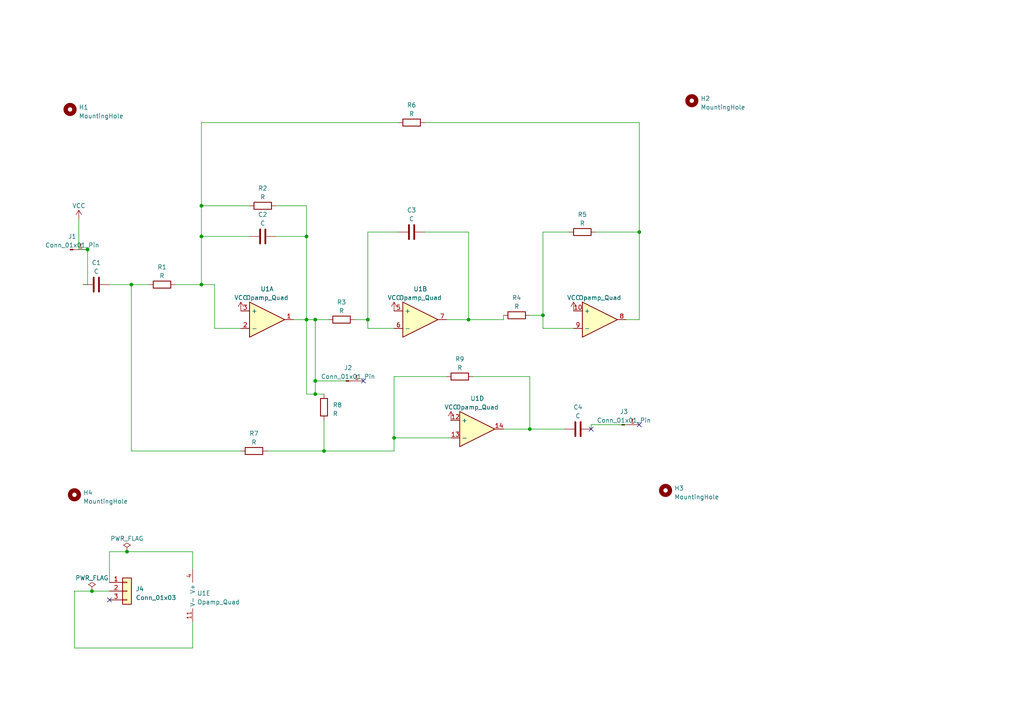
<source format=kicad_sch>
(kicad_sch (version 20230121) (generator eeschema)
  (paper "A4")
  (lib_symbols
    (symbol "Connector:Conn_01x01_Pin" (pin_names (offset 1.016) hide)
      (property "Reference" "J" (at 0 2.54 0))
      (property "Value" "Conn_01x01_Pin" (at 0 -2.54 0))
      (symbol "Conn_01x01_Pin_1_1"
        (polyline (pts (xy 1.27 0) (xy 0.8636 0)) (stroke (width 0.1524)))
        (rectangle (start 0.8636 0.127) (end 0 -0.127) (stroke (width 0.1524)) (fill (type outline)))
        (pin passive line (at 5.08 0 180) (length 3.81) (name "Pin_1") (number "1"))
      )
    )
    (symbol "Connector_Generic:Conn_01x03" (pin_names (offset 1.016) hide)
      (property "Reference" "J" (at 0 5.08 0))
      (property "Value" "Conn_01x03" (at 0 -5.08 0))
      (symbol "Conn_01x03_1_1"
        (rectangle (start -1.27 -2.413) (end 0 -2.667) (stroke (width 0.1524)))
        (rectangle (start -1.27 0.127) (end 0 -0.127) (stroke (width 0.1524)))
        (rectangle (start -1.27 2.667) (end 0 2.413) (stroke (width 0.1524)))
        (rectangle (start -1.27 3.81) (end 1.27 -3.81) (stroke (width 0.254)) (fill (type background)))
        (pin passive line (at -5.08 2.54 0) (length 3.81) (name "Pin_1") (number "1"))
        (pin passive line (at -5.08 0 0) (length 3.81) (name "Pin_2") (number "2"))
        (pin passive line (at -5.08 -2.54 0) (length 3.81) (name "Pin_3") (number "3"))
      )
    )
    (symbol "Device:C" (pin_numbers hide) (pin_names (offset 0.254))
      (property "Reference" "C" (at 0.635 2.54 0))
      (property "Value" "C" (at 0.635 -2.54 0))
      (symbol "C_0_1"
        (polyline (pts (xy -2.032 -0.762) (xy 2.032 -0.762)) (stroke (width 0.508)))
        (polyline (pts (xy -2.032 0.762) (xy 2.032 0.762)) (stroke (width 0.508)))
      )
      (symbol "C_1_1"
        (pin passive line (at 0 3.81 270) (length 2.794) (name "~") (number "1"))
        (pin passive line (at 0 -3.81 90) (length 2.794) (name "~") (number "2"))
      )
    )
    (symbol "Device:Opamp_Quad"
      (property "Reference" "U" (at 0 5.08 0))
      (property "Value" "Opamp_Quad" (at 0 -5.08 0))
      (symbol "Opamp_Quad_1_1"
        (polyline (pts (xy -5.08 5.08) (xy 5.08 0) (xy -5.08 -5.08) (xy -5.08 5.08)) (stroke (width 0.254)) (fill (type background)))
        (pin output line (at 7.62 0 180) (length 2.54) (name "~") (number "1"))
        (pin input line (at -7.62 -2.54 0) (length 2.54) (name "-") (number "2"))
        (pin input line (at -7.62 2.54 0) (length 2.54) (name "+") (number "3"))
      )
      (symbol "Opamp_Quad_2_1"
        (polyline (pts (xy -5.08 5.08) (xy 5.08 0) (xy -5.08 -5.08) (xy -5.08 5.08)) (stroke (width 0.254)) (fill (type background)))
        (pin input line (at -7.62 2.54 0) (length 2.54) (name "+") (number "5"))
        (pin input line (at -7.62 -2.54 0) (length 2.54) (name "-") (number "6"))
        (pin output line (at 7.62 0 180) (length 2.54) (name "~") (number "7"))
      )
      (symbol "Opamp_Quad_3_1"
        (polyline (pts (xy -5.08 5.08) (xy 5.08 0) (xy -5.08 -5.08) (xy -5.08 5.08)) (stroke (width 0.254)) (fill (type background)))
        (pin input line (at -7.62 2.54 0) (length 2.54) (name "+") (number "10"))
        (pin output line (at 7.62 0 180) (length 2.54) (name "~") (number "8"))
        (pin input line (at -7.62 -2.54 0) (length 2.54) (name "-") (number "9"))
      )
      (symbol "Opamp_Quad_4_1"
        (polyline (pts (xy -5.08 5.08) (xy 5.08 0) (xy -5.08 -5.08) (xy -5.08 5.08)) (stroke (width 0.254)) (fill (type background)))
        (pin input line (at -7.62 2.54 0) (length 2.54) (name "+") (number "12"))
        (pin input line (at -7.62 -2.54 0) (length 2.54) (name "-") (number "13"))
        (pin output line (at 7.62 0 180) (length 2.54) (name "~") (number "14"))
      )
      (symbol "Opamp_Quad_5_1"
        (pin power_in line (at -2.54 -7.62 90) (length 3.81) (name "V-") (number "11"))
        (pin power_in line (at -2.54 7.62 270) (length 3.81) (name "V+") (number "4"))
      )
    )
    (symbol "Device:R" (pin_numbers hide) (pin_names (offset 0))
      (property "Reference" "R" (at 2.032 0 90))
      (property "Value" "R" (at 0 0 90))
      (symbol "R_0_1"
        (rectangle (start -1.016 -2.54) (end 1.016 2.54) (stroke (width 0.254)))
      )
      (symbol "R_1_1"
        (pin passive line (at 0 3.81 270) (length 1.27) (name "~") (number "1"))
        (pin passive line (at 0 -3.81 90) (length 1.27) (name "~") (number "2"))
      )
    )
    (symbol "Mechanical:MountingHole" (pin_names (offset 1.016))
      (property "Reference" "H" (at 0 5.08 0))
      (property "Value" "MountingHole" (at 0 3.175 0))
      (symbol "MountingHole_0_1"
        (circle (center 0 0) (radius 1.27) (stroke (width 1.27)))
      )
    )
    (symbol "power:PWR_FLAG" (power) (pin_numbers hide) (pin_names (offset 0) hide)
      (property "Value" "PWR_FLAG" (at 0 3.81 0))
      (symbol "PWR_FLAG_0_0"
        (pin power_out line (at 0 0 90) (length 0) (name "pwr") (number "1"))
      )
      (symbol "PWR_FLAG_0_1"
        (polyline (pts (xy 0 0) (xy 0 1.27) (xy -1.016 1.905) (xy 0 2.54) (xy 1.016 1.905) (xy 0 1.27)))
      )
    )
    (symbol "power:VCC" (power) (pin_names (offset 0))
      (property "Value" "VCC" (at 0 3.81 0))
      (symbol "VCC_0_1"
        (polyline (pts (xy -0.762 1.27) (xy 0 2.54)))
        (polyline (pts (xy 0 0) (xy 0 2.54)))
        (polyline (pts (xy 0 2.54) (xy 0.762 1.27)))
      )
      (symbol "VCC_1_1"
        (pin power_in line (at 0 0 90) (length 0) hide (name "VCC") (number "1"))
      )
    )
  )
  (junction (at 91.44 110.49))
  (junction (at 88.9 92.71))
  (junction (at 91.44 114.3))
  (junction (at 58.42 59.69))
  (junction (at 106.68 92.71))
  (junction (at 91.44 92.71))
  (junction (at 114.3 127))
  (junction (at 88.9 68.58))
  (junction (at 58.42 68.58))
  (junction (at 58.42 82.55))
  (junction (at 38.1 82.55))
  (junction (at 153.67 124.46))
  (junction (at 157.48 91.44))
  (junction (at 36.83 160.02))
  (junction (at 93.98 130.81))
  (junction (at 185.42 67.31))
  (junction (at 25.4 72.39))
  (junction (at 26.67 171.45))
  (junction (at 135.89 92.71))
  (no_connect (at 171.45 124.46))
  (no_connect (at 31.75 173.99))
  (no_connect (at 185.42 123.19))
  (no_connect (at 105.41 110.49))
  (wire (pts (xy 58.42 59.69) (xy 58.42 68.58)))
  (wire (pts (xy 135.89 67.31) (xy 135.89 92.71)))
  (wire (pts (xy 85.09 92.71) (xy 88.9 92.71)))
  (wire (pts (xy 123.19 35.56) (xy 185.42 35.56)))
  (wire (pts (xy 181.61 123.19) (xy 171.45 123.19)))
  (wire (pts (xy 88.9 92.71) (xy 88.9 114.3)))
  (wire (pts (xy 123.19 67.31) (xy 135.89 67.31)))
  (wire (pts (xy 31.75 160.02) (xy 36.83 160.02)))
  (wire (pts (xy 91.44 110.49) (xy 100.33 110.49)))
  (wire (pts (xy 91.44 110.49) (xy 91.44 114.3)))
  (wire (pts (xy 114.3 109.22) (xy 114.3 127)))
  (wire (pts (xy 172.72 67.31) (xy 185.42 67.31)))
  (wire (pts (xy 146.05 91.44) (xy 146.05 92.71)))
  (wire (pts (xy 22.86 72.39) (xy 25.4 72.39)))
  (wire (pts (xy 157.48 91.44) (xy 157.48 95.25)))
  (wire (pts (xy 102.87 92.71) (xy 106.68 92.71)))
  (wire (pts (xy 114.3 95.25) (xy 106.68 95.25)))
  (wire (pts (xy 153.67 91.44) (xy 157.48 91.44)))
  (wire (pts (xy 185.42 35.56) (xy 185.42 67.31)))
  (wire (pts (xy 58.42 35.56) (xy 58.42 59.69)))
  (wire (pts (xy 80.01 59.69) (xy 88.9 59.69)))
  (wire (pts (xy 58.42 68.58) (xy 58.42 82.55)))
  (wire (pts (xy 146.05 124.46) (xy 153.67 124.46)))
  (wire (pts (xy 88.9 92.71) (xy 91.44 92.71)))
  (wire (pts (xy 157.48 67.31) (xy 157.48 91.44)))
  (wire (pts (xy 88.9 59.69) (xy 88.9 68.58)))
  (wire (pts (xy 80.01 68.58) (xy 88.9 68.58)))
  (wire (pts (xy 62.23 95.25) (xy 62.23 82.55)))
  (wire (pts (xy 31.75 171.45) (xy 26.67 171.45)))
  (wire (pts (xy 106.68 95.25) (xy 106.68 92.71)))
  (wire (pts (xy 22.86 63.5) (xy 22.86 72.39)))
  (wire (pts (xy 171.45 123.19) (xy 171.45 124.46)))
  (wire (pts (xy 137.16 109.22) (xy 153.67 109.22)))
  (wire (pts (xy 88.9 68.58) (xy 88.9 92.71)))
  (wire (pts (xy 166.37 95.25) (xy 157.48 95.25)))
  (wire (pts (xy 31.75 82.55) (xy 38.1 82.55)))
  (wire (pts (xy 24.13 82.55) (xy 25.4 82.55)))
  (wire (pts (xy 72.39 68.58) (xy 58.42 68.58)))
  (wire (pts (xy 93.98 121.92) (xy 93.98 130.81)))
  (wire (pts (xy 114.3 127) (xy 130.81 127)))
  (wire (pts (xy 165.1 67.31) (xy 157.48 67.31)))
  (wire (pts (xy 50.8 82.55) (xy 58.42 82.55)))
  (wire (pts (xy 58.42 82.55) (xy 62.23 82.55)))
  (wire (pts (xy 114.3 127) (xy 114.3 130.81)))
  (wire (pts (xy 135.89 92.71) (xy 146.05 92.71)))
  (wire (pts (xy 21.59 187.96) (xy 55.88 187.96)))
  (wire (pts (xy 153.67 124.46) (xy 163.83 124.46)))
  (wire (pts (xy 69.85 95.25) (xy 62.23 95.25)))
  (wire (pts (xy 77.47 130.81) (xy 93.98 130.81)))
  (wire (pts (xy 72.39 59.69) (xy 58.42 59.69)))
  (wire (pts (xy 129.54 109.22) (xy 114.3 109.22)))
  (wire (pts (xy 26.67 171.45) (xy 21.59 171.45)))
  (wire (pts (xy 31.75 168.91) (xy 31.75 160.02)))
  (wire (pts (xy 185.42 67.31) (xy 185.42 92.71)))
  (wire (pts (xy 115.57 35.56) (xy 58.42 35.56)))
  (wire (pts (xy 153.67 109.22) (xy 153.67 124.46)))
  (wire (pts (xy 69.85 130.81) (xy 38.1 130.81)))
  (wire (pts (xy 38.1 130.81) (xy 38.1 82.55)))
  (wire (pts (xy 91.44 92.71) (xy 91.44 110.49)))
  (wire (pts (xy 129.54 92.71) (xy 135.89 92.71)))
  (wire (pts (xy 55.88 180.34) (xy 55.88 187.96)))
  (wire (pts (xy 115.57 67.31) (xy 106.68 67.31)))
  (wire (pts (xy 21.59 171.45) (xy 21.59 187.96)))
  (wire (pts (xy 93.98 130.81) (xy 114.3 130.81)))
  (wire (pts (xy 91.44 114.3) (xy 93.98 114.3)))
  (wire (pts (xy 55.88 160.02) (xy 55.88 165.1)))
  (wire (pts (xy 91.44 92.71) (xy 95.25 92.71)))
  (wire (pts (xy 38.1 82.55) (xy 43.18 82.55)))
  (wire (pts (xy 25.4 72.39) (xy 25.4 82.55)))
  (wire (pts (xy 88.9 114.3) (xy 91.44 114.3)))
  (wire (pts (xy 185.42 92.71) (xy 181.61 92.71)))
  (wire (pts (xy 106.68 67.31) (xy 106.68 92.71)))
  (wire (pts (xy 36.83 160.02) (xy 55.88 160.02)))
  (symbol (lib_id "Device:C") (at 76.2 68.58 90) (unit 1)
    (property "Reference" "C2" (at 76.2 62.23 90))
    (property "Value" "C" (at 76.2 64.77 90))
    (property "Footprint" "Capacitor_THT:C_Disc_D5.0mm_W2.5mm_P2.50mm" (effects hide))
  )
  (symbol (lib_id "Mechanical:MountingHole") (at 193.04 142.24 0) (unit 1)
    (property "Reference" "H3" (at 195.58 141.605 0) (effects (justify left)))
    (property "Value" "MountingHole" (at 195.58 144.145 0) (effects (justify left)))
    (property "Footprint" "MountingHole:MountingHole_2.1mm" (effects hide))
  )
  (symbol (lib_id "power:VCC") (at 69.85 90.17 0) (unit 1)
    (property "Reference" "#PWR01" (effects hide))
    (property "Value" "VCC" (at 69.85 86.36 0))
  )
  (symbol (lib_id "power:VCC") (at 114.3 90.17 0) (unit 1)
    (property "Reference" "#PWR02" (effects hide))
    (property "Value" "VCC" (at 114.3 86.36 0))
  )
  (symbol (lib_id "Connector:Conn_01x01_Pin") (at 180.34 123.19 0) (unit 1)
    (property "Reference" "J3" (at 180.975 119.38 0))
    (property "Value" "Conn_01x01_Pin" (at 180.975 121.92 0))
    (property "Footprint" "Connector_Pin:Pin_D1.0mm_L10.0mm" (effects hide))
  )
  (symbol (lib_id "Device:R") (at 93.98 118.11 0) (unit 1)
    (property "Reference" "R8" (at 96.52 117.475 0) (effects (justify left)))
    (property "Value" "R" (at 96.52 120.015 0) (effects (justify left)))
    (property "Footprint" "Resistor_THT:R_Axial_DIN0516_L15.5mm_D5.0mm_P20.32mm_Horizontal" (effects hide))
  )
  (symbol (lib_id "Device:Opamp_Quad") (at 58.42 172.72 0) (unit 5)
    (property "Reference" "U1" (at 57.15 172.085 0) (effects (justify left)))
    (property "Value" "Opamp_Quad" (at 57.15 174.625 0) (effects (justify left)))
    (property "Footprint" "Package_DIP:DIP-4_W7.62mm" (effects hide))
  )
  (symbol (lib_id "Mechanical:MountingHole") (at 200.66 29.21 0) (unit 1)
    (property "Reference" "H2" (at 203.2 28.575 0) (effects (justify left)))
    (property "Value" "MountingHole" (at 203.2 31.115 0) (effects (justify left)))
    (property "Footprint" "MountingHole:MountingHole_2.1mm" (effects hide))
  )
  (symbol (lib_id "power:PWR_FLAG") (at 36.83 160.02 0) (unit 1)
    (property "Reference" "#FLG01" (effects hide))
    (property "Value" "PWR_FLAG" (at 36.83 156.21 0))
  )
  (symbol (lib_id "Device:R") (at 76.2 59.69 270) (unit 1)
    (property "Reference" "R2" (at 76.2 54.61 90))
    (property "Value" "R" (at 76.2 57.15 90))
    (property "Footprint" "Resistor_THT:R_Axial_DIN0516_L15.5mm_D5.0mm_P20.32mm_Horizontal" (effects hide))
  )
  (symbol (lib_id "Device:Opamp_Quad") (at 138.43 124.46 0) (unit 4)
    (property "Reference" "U1" (at 138.43 115.57 0))
    (property "Value" "Opamp_Quad" (at 138.43 118.11 0))
    (property "Footprint" "Package_DIP:DIP-4_W7.62mm" (effects hide))
  )
  (symbol (lib_id "Device:R") (at 73.66 130.81 270) (unit 1)
    (property "Reference" "R7" (at 73.66 125.73 90))
    (property "Value" "R" (at 73.66 128.27 90))
    (property "Footprint" "Resistor_THT:R_Axial_DIN0516_L15.5mm_D5.0mm_P20.32mm_Horizontal" (effects hide))
  )
  (symbol (lib_id "Device:R") (at 168.91 67.31 90) (unit 1)
    (property "Reference" "R5" (at 168.91 62.23 90))
    (property "Value" "R" (at 168.91 64.77 90))
    (property "Footprint" "Resistor_THT:R_Axial_DIN0516_L15.5mm_D5.0mm_P20.32mm_Horizontal" (effects hide))
  )
  (symbol (lib_id "Device:R") (at 46.99 82.55 90) (unit 1)
    (property "Reference" "R1" (at 46.99 77.47 90))
    (property "Value" "R" (at 46.99 80.01 90))
    (property "Footprint" "Resistor_THT:R_Axial_DIN0516_L15.5mm_D5.0mm_P20.32mm_Horizontal" (effects hide))
  )
  (symbol (lib_id "power:VCC") (at 130.81 121.92 0) (unit 1)
    (property "Reference" "#PWR05" (effects hide))
    (property "Value" "VCC" (at 130.81 118.11 0))
  )
  (symbol (lib_id "Connector:Conn_01x01_Pin") (at 100.33 110.49 0) (unit 1)
    (property "Reference" "J2" (at 100.965 106.68 0))
    (property "Value" "Conn_01x01_Pin" (at 100.965 109.22 0))
    (property "Footprint" "Connector_Pin:Pin_D1.0mm_L10.0mm" (effects hide))
  )
  (symbol (lib_id "Connector_Generic:Conn_01x03") (at 36.83 171.45 0) (unit 1)
    (property "Reference" "J4" (at 39.37 170.815 0) (effects (justify left)))
    (property "Value" "Conn_01x03" (at 39.37 173.355 0) (effects (justify left)))
    (property "Footprint" "Connector_Pin:Pin_D1.0mm_L10.0mm" (effects hide))
  )
  (symbol (lib_id "Device:Opamp_Quad") (at 173.99 92.71 0) (unit 3)
    (property "Reference" "U1" (effects hide))
    (property "Value" "Opamp_Quad" (at 173.99 86.36 0))
    (property "Footprint" "Package_DIP:DIP-4_W7.62mm" (effects hide))
  )
  (symbol (lib_id "Device:R") (at 149.86 91.44 270) (unit 1)
    (property "Reference" "R4" (at 149.86 86.36 90))
    (property "Value" "R" (at 149.86 88.9 90))
    (property "Footprint" "Resistor_THT:R_Axial_DIN0516_L15.5mm_D5.0mm_P20.32mm_Horizontal" (effects hide))
  )
  (symbol (lib_id "Device:Opamp_Quad") (at 77.47 92.71 0) (unit 1)
    (property "Reference" "U1" (at 77.47 83.82 0))
    (property "Value" "Opamp_Quad" (at 77.47 86.36 0))
    (property "Footprint" "Package_DIP:DIP-4_W7.62mm" (effects hide))
  )
  (symbol (lib_id "Device:Opamp_Quad") (at 121.92 92.71 0) (unit 2)
    (property "Reference" "U1" (at 121.92 83.82 0))
    (property "Value" "Opamp_Quad" (at 121.92 86.36 0))
    (property "Footprint" "Package_DIP:DIP-4_W7.62mm" (effects hide))
  )
  (symbol (lib_id "power:VCC") (at 166.37 90.17 0) (unit 1)
    (property "Reference" "#PWR04" (effects hide))
    (property "Value" "VCC" (at 166.37 86.36 0))
  )
  (symbol (lib_id "Mechanical:MountingHole") (at 21.59 143.51 0) (unit 1)
    (property "Reference" "H4" (at 24.13 142.875 0) (effects (justify left)))
    (property "Value" "MountingHole" (at 24.13 145.415 0) (effects (justify left)))
    (property "Footprint" "MountingHole:MountingHole_2.1mm" (effects hide))
  )
  (symbol (lib_id "power:PWR_FLAG") (at 26.67 171.45 0) (unit 1)
    (property "Reference" "#FLG02" (effects hide))
    (property "Value" "PWR_FLAG" (at 26.67 167.64 0))
  )
  (symbol (lib_id "Device:R") (at 133.35 109.22 270) (unit 1)
    (property "Reference" "R9" (at 133.35 104.14 90))
    (property "Value" "R" (at 133.35 106.68 90))
    (property "Footprint" "Resistor_THT:R_Axial_DIN0516_L15.5mm_D5.0mm_P20.32mm_Horizontal" (effects hide))
  )
  (symbol (lib_id "power:VCC") (at 22.86 63.5 0) (unit 1)
    (property "Reference" "#PWR03" (effects hide))
    (property "Value" "VCC" (at 22.86 59.69 0))
  )
  (symbol (lib_id "Device:C") (at 119.38 67.31 90) (unit 1)
    (property "Reference" "C3" (at 119.38 60.96 90))
    (property "Value" "C" (at 119.38 63.5 90))
    (property "Footprint" "Capacitor_THT:C_Disc_D5.0mm_W2.5mm_P2.50mm" (effects hide))
  )
  (symbol (lib_id "Connector:Conn_01x01_Pin") (at 20.32 72.39 0) (unit 1)
    (property "Reference" "J1" (at 20.955 68.58 0))
    (property "Value" "Conn_01x01_Pin" (at 20.955 71.12 0))
    (property "Footprint" "Connector_Pin:Pin_D1.0mm_L10.0mm" (effects hide))
  )
  (symbol (lib_id "Mechanical:MountingHole") (at 20.32 31.75 0) (unit 1)
    (property "Reference" "H1" (at 22.86 31.115 0) (effects (justify left)))
    (property "Value" "MountingHole" (at 22.86 33.655 0) (effects (justify left)))
    (property "Footprint" "MountingHole:MountingHole_2.1mm" (effects hide))
  )
  (symbol (lib_id "Device:R") (at 119.38 35.56 90) (unit 1)
    (property "Reference" "R6" (at 119.38 30.48 90))
    (property "Value" "R" (at 119.38 33.02 90))
    (property "Footprint" "Resistor_THT:R_Axial_DIN0516_L15.5mm_D5.0mm_P20.32mm_Horizontal" (effects hide))
  )
  (symbol (lib_id "Device:R") (at 99.06 92.71 90) (unit 1)
    (property "Reference" "R3" (at 99.06 87.63 90))
    (property "Value" "R" (at 99.06 90.17 90))
    (property "Footprint" "Resistor_THT:R_Axial_DIN0516_L15.5mm_D5.0mm_P20.32mm_Horizontal" (effects hide))
  )
  (symbol (lib_id "Device:C") (at 167.64 124.46 270) (unit 1)
    (property "Reference" "C4" (at 167.64 118.11 90))
    (property "Value" "C" (at 167.64 120.65 90))
    (property "Footprint" "Capacitor_THT:C_Disc_D5.0mm_W2.5mm_P2.50mm" (effects hide))
  )
  (symbol (lib_id "Device:C") (at 27.94 82.55 90) (unit 1)
    (property "Reference" "C1" (at 27.94 76.2 90))
    (property "Value" "C" (at 27.94 78.74 90))
    (property "Footprint" "Capacitor_THT:C_Disc_D5.0mm_W2.5mm_P2.50mm" (effects hide))
  )
)
</source>
